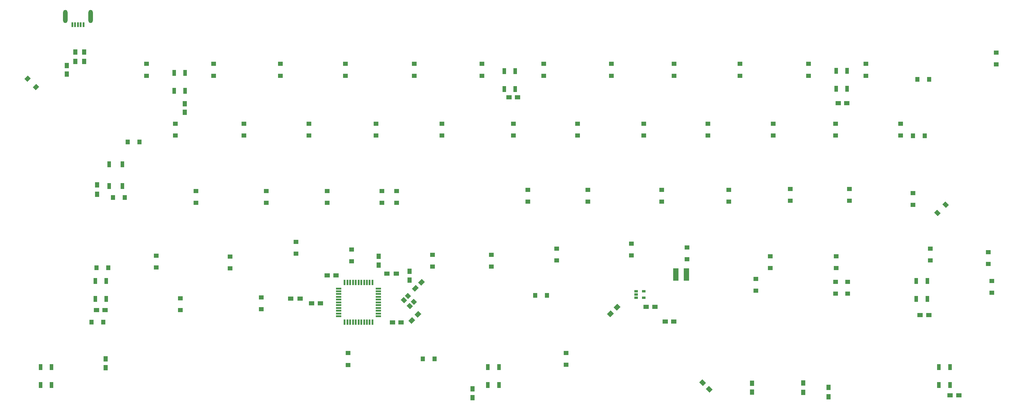
<source format=gbp>
G04 #@! TF.FileFunction,Paste,Bot*
%FSLAX46Y46*%
G04 Gerber Fmt 4.6, Leading zero omitted, Abs format (unit mm)*
G04 Created by KiCad (PCBNEW 4.0.5+dfsg1-4) date Thu Jun 29 09:06:05 2017*
%MOMM*%
%LPD*%
G01*
G04 APERTURE LIST*
%ADD10C,0.100000*%
%ADD11R,1.250000X1.500000*%
%ADD12R,1.500000X1.250000*%
%ADD13R,1.200000X1.400000*%
%ADD14R,1.400000X1.200000*%
%ADD15R,0.500000X1.400000*%
%ADD16O,1.300000X3.800000*%
%ADD17R,1.500000X1.300000*%
%ADD18R,1.300000X1.500000*%
%ADD19R,1.000000X1.700000*%
%ADD20R,0.550000X1.500000*%
%ADD21R,1.500000X0.550000*%
%ADD22R,1.500000X3.600000*%
%ADD23R,1.060000X0.650000*%
%ADD24R,1.000000X1.651000*%
G04 APERTURE END LIST*
D10*
G36*
X144239449Y-103669195D02*
X143355565Y-102785311D01*
X144416225Y-101724651D01*
X145300109Y-102608535D01*
X144239449Y-103669195D01*
X144239449Y-103669195D01*
G37*
G36*
X146007215Y-101901429D02*
X145123331Y-101017545D01*
X146183991Y-99956885D01*
X147067875Y-100840769D01*
X146007215Y-101901429D01*
X146007215Y-101901429D01*
G37*
G36*
X145183991Y-109206885D02*
X146067875Y-110090769D01*
X145007215Y-111151429D01*
X144123331Y-110267545D01*
X145183991Y-109206885D01*
X145183991Y-109206885D01*
G37*
G36*
X143416225Y-110974651D02*
X144300109Y-111858535D01*
X143239449Y-112919195D01*
X142355565Y-112035311D01*
X143416225Y-110974651D01*
X143416225Y-110974651D01*
G37*
D11*
X133787500Y-96007500D03*
X133787500Y-93507500D03*
D12*
X117000000Y-107000000D03*
X114500000Y-107000000D03*
X121500000Y-99000000D03*
X119000000Y-99000000D03*
X137750000Y-112500000D03*
X140250000Y-112500000D03*
D11*
X142711720Y-97813040D03*
X142711720Y-100313040D03*
X44000000Y-41000000D03*
X44000000Y-38500000D03*
X241211720Y-130063040D03*
X241211720Y-132563040D03*
D10*
G36*
X33717157Y-42227207D02*
X32727207Y-43217157D01*
X31878679Y-42368629D01*
X32868629Y-41378679D01*
X33717157Y-42227207D01*
X33717157Y-42227207D01*
G37*
G36*
X36121321Y-44631371D02*
X35131371Y-45621321D01*
X34282843Y-44772793D01*
X35272793Y-43782843D01*
X36121321Y-44631371D01*
X36121321Y-44631371D01*
G37*
D13*
X61550000Y-60500000D03*
X64950000Y-60500000D03*
X57300000Y-76500000D03*
X60700000Y-76500000D03*
X52550000Y-96750000D03*
X55950000Y-96750000D03*
X51121720Y-112443040D03*
X54521720Y-112443040D03*
D14*
X67000000Y-38050000D03*
X67000000Y-41450000D03*
X75250000Y-55300000D03*
X75250000Y-58700000D03*
X81228750Y-74706250D03*
X81228750Y-78106250D03*
X69750000Y-93300000D03*
X69750000Y-96700000D03*
X76750000Y-105550000D03*
X76750000Y-108950000D03*
X86250000Y-38050000D03*
X86250000Y-41450000D03*
X95000000Y-55300000D03*
X95000000Y-58700000D03*
X101478750Y-74706250D03*
X101478750Y-78106250D03*
X91000000Y-93550000D03*
X91000000Y-96950000D03*
X100037500Y-105307500D03*
X100037500Y-108707500D03*
X105500000Y-38050000D03*
X105500000Y-41450000D03*
X113750000Y-55300000D03*
X113750000Y-58700000D03*
X118978750Y-74706250D03*
X118978750Y-78106250D03*
X110000000Y-89300000D03*
X110000000Y-92700000D03*
X124250000Y-38050000D03*
X124250000Y-41450000D03*
X133000000Y-55300000D03*
X133000000Y-58700000D03*
X134728750Y-74706250D03*
X134728750Y-78106250D03*
X126000000Y-91550000D03*
X126000000Y-94950000D03*
X144000000Y-38050000D03*
X144000000Y-41450000D03*
X152000000Y-55300000D03*
X152000000Y-58700000D03*
X138978750Y-74706250D03*
X138978750Y-78106250D03*
X149250000Y-93050000D03*
X149250000Y-96450000D03*
X163500000Y-38050000D03*
X163500000Y-41450000D03*
X172537500Y-55307500D03*
X172537500Y-58707500D03*
X176750000Y-74300000D03*
X176750000Y-77700000D03*
X166250000Y-93050000D03*
X166250000Y-96450000D03*
D13*
X178800000Y-104750000D03*
X182200000Y-104750000D03*
D14*
X181250000Y-38050000D03*
X181250000Y-41450000D03*
X191037500Y-55307500D03*
X191037500Y-58707500D03*
X194000000Y-74300000D03*
X194000000Y-77700000D03*
X185000000Y-91300000D03*
X185000000Y-94700000D03*
X200750000Y-38050000D03*
X200750000Y-41450000D03*
X210037500Y-55307500D03*
X210037500Y-58707500D03*
X215250000Y-74300000D03*
X215250000Y-77700000D03*
X206500000Y-89800000D03*
X206500000Y-93200000D03*
X218750000Y-38050000D03*
X218750000Y-41450000D03*
X228537500Y-55307500D03*
X228537500Y-58707500D03*
X234500000Y-74300000D03*
X234500000Y-77700000D03*
X222478750Y-90956250D03*
X222478750Y-94356250D03*
X311500000Y-34800000D03*
X311500000Y-38200000D03*
X237750000Y-38050000D03*
X237750000Y-41450000D03*
X247287500Y-55307500D03*
X247287500Y-58707500D03*
X252211720Y-74113040D03*
X252211720Y-77513040D03*
X246478750Y-93456250D03*
X246478750Y-96856250D03*
X242321720Y-103393040D03*
X242321720Y-99993040D03*
X257500000Y-38050000D03*
X257500000Y-41450000D03*
X265287500Y-55307500D03*
X265287500Y-58707500D03*
X269211720Y-74113040D03*
X269211720Y-77513040D03*
X265478750Y-93456250D03*
X265478750Y-96856250D03*
X265250000Y-104200000D03*
X265250000Y-100800000D03*
X274000000Y-38050000D03*
X274000000Y-41450000D03*
X284000000Y-55300000D03*
X284000000Y-58700000D03*
X287500000Y-75300000D03*
X287500000Y-78700000D03*
X292571720Y-91243040D03*
X292571720Y-94643040D03*
X268750000Y-104200000D03*
X268750000Y-100800000D03*
D13*
X292200000Y-42500000D03*
X288800000Y-42500000D03*
X290950000Y-58750000D03*
X287550000Y-58750000D03*
D10*
G36*
X297022793Y-79467157D02*
X296032843Y-78477207D01*
X296881371Y-77628679D01*
X297871321Y-78618629D01*
X297022793Y-79467157D01*
X297022793Y-79467157D01*
G37*
G36*
X294618629Y-81871321D02*
X293628679Y-80881371D01*
X294477207Y-80032843D01*
X295467157Y-81022793D01*
X294618629Y-81871321D01*
X294618629Y-81871321D01*
G37*
D14*
X309250000Y-92300000D03*
X309250000Y-95700000D03*
X310211720Y-100613040D03*
X310211720Y-104013040D03*
D15*
X45650000Y-26750000D03*
X46450000Y-26750000D03*
X47250000Y-26750000D03*
X48050000Y-26750000D03*
X48850000Y-26750000D03*
D16*
X43600000Y-24350000D03*
X50900000Y-24350000D03*
D17*
X138850000Y-98500000D03*
X136150000Y-98500000D03*
X108471720Y-105693040D03*
X111171720Y-105693040D03*
D18*
X46500000Y-37350000D03*
X46500000Y-34650000D03*
X49000000Y-34650000D03*
X49000000Y-37350000D03*
X52750000Y-75600000D03*
X52750000Y-72900000D03*
D10*
G36*
X229906263Y-131838345D02*
X228987025Y-132757583D01*
X227926365Y-131696923D01*
X228845603Y-130777685D01*
X229906263Y-131838345D01*
X229906263Y-131838345D01*
G37*
G36*
X227997075Y-129929157D02*
X227077837Y-130848395D01*
X226017177Y-129787735D01*
X226936415Y-128868497D01*
X227997075Y-129929157D01*
X227997075Y-129929157D01*
G37*
D18*
X263211720Y-133913040D03*
X263211720Y-131213040D03*
X255961720Y-129963040D03*
X255961720Y-132663040D03*
D19*
X56250000Y-66950000D03*
X56250000Y-73250000D03*
X60050000Y-66950000D03*
X60050000Y-73250000D03*
D20*
X124000000Y-101050000D03*
X124800000Y-101050000D03*
X125600000Y-101050000D03*
X126400000Y-101050000D03*
X127200000Y-101050000D03*
X128000000Y-101050000D03*
X128800000Y-101050000D03*
X129600000Y-101050000D03*
X130400000Y-101050000D03*
X131200000Y-101050000D03*
X132000000Y-101050000D03*
D21*
X133700000Y-102750000D03*
X133700000Y-103550000D03*
X133700000Y-104350000D03*
X133700000Y-105150000D03*
X133700000Y-105950000D03*
X133700000Y-106750000D03*
X133700000Y-107550000D03*
X133700000Y-108350000D03*
X133700000Y-109150000D03*
X133700000Y-109950000D03*
X133700000Y-110750000D03*
D20*
X132000000Y-112450000D03*
X131200000Y-112450000D03*
X130400000Y-112450000D03*
X129600000Y-112450000D03*
X128800000Y-112450000D03*
X128000000Y-112450000D03*
X127200000Y-112450000D03*
X126400000Y-112450000D03*
X125600000Y-112450000D03*
X124800000Y-112450000D03*
X124000000Y-112450000D03*
D21*
X122300000Y-110750000D03*
X122300000Y-109950000D03*
X122300000Y-109150000D03*
X122300000Y-108350000D03*
X122300000Y-107550000D03*
X122300000Y-106750000D03*
X122300000Y-105950000D03*
X122300000Y-105150000D03*
X122300000Y-104350000D03*
X122300000Y-103550000D03*
X122300000Y-102750000D03*
D10*
G36*
X140092912Y-105994842D02*
X140941440Y-105146314D01*
X141931390Y-106136264D01*
X141082862Y-106984792D01*
X140092912Y-105994842D01*
X140092912Y-105994842D01*
G37*
G36*
X141789968Y-107691898D02*
X142638496Y-106843370D01*
X143628446Y-107833320D01*
X142779918Y-108681848D01*
X141789968Y-107691898D01*
X141789968Y-107691898D01*
G37*
G36*
X141294994Y-104792760D02*
X142143522Y-103944232D01*
X143133472Y-104934182D01*
X142284944Y-105782710D01*
X141294994Y-104792760D01*
X141294994Y-104792760D01*
G37*
G36*
X142992050Y-106489816D02*
X143840578Y-105641288D01*
X144830528Y-106631238D01*
X143982000Y-107479766D01*
X142992050Y-106489816D01*
X142992050Y-106489816D01*
G37*
D12*
X216211720Y-112313040D03*
X218711720Y-112313040D03*
X210750000Y-108000000D03*
X213250000Y-108000000D03*
D22*
X219296720Y-98693040D03*
X222346720Y-98693040D03*
D10*
G36*
X200436415Y-111007583D02*
X199517177Y-110088345D01*
X200577837Y-109027685D01*
X201497075Y-109946923D01*
X200436415Y-111007583D01*
X200436415Y-111007583D01*
G37*
G36*
X202345603Y-109098395D02*
X201426365Y-108179157D01*
X202487025Y-107118497D01*
X203406263Y-108037735D01*
X202345603Y-109098395D01*
X202345603Y-109098395D01*
G37*
D23*
X207900000Y-105450000D03*
X207900000Y-104500000D03*
X207900000Y-103550000D03*
X210100000Y-103550000D03*
X210100000Y-105450000D03*
D12*
X52571720Y-108943040D03*
X55071720Y-108943040D03*
D11*
X78000000Y-49500000D03*
X78000000Y-52000000D03*
D12*
X171252500Y-47647500D03*
X173752500Y-47647500D03*
X266002500Y-49397500D03*
X268502500Y-49397500D03*
D24*
X52221720Y-100616040D03*
X52221720Y-105770040D03*
X55421720Y-105770040D03*
X55421720Y-100616040D03*
X78100000Y-45827000D03*
X78100000Y-40673000D03*
X74900000Y-40673000D03*
X74900000Y-45827000D03*
X169900000Y-40173000D03*
X169900000Y-45327000D03*
X173100000Y-45327000D03*
X173100000Y-40173000D03*
X265402500Y-40070500D03*
X265402500Y-45224500D03*
X268602500Y-45224500D03*
X268602500Y-40070500D03*
X291671720Y-105770040D03*
X291671720Y-100616040D03*
X288471720Y-100616040D03*
X288471720Y-105770040D03*
D12*
X289571720Y-110443040D03*
X292071720Y-110443040D03*
D14*
X124961720Y-124763040D03*
X124961720Y-121363040D03*
D13*
X149911720Y-123063040D03*
X146511720Y-123063040D03*
D14*
X187701720Y-124758040D03*
X187701720Y-121358040D03*
D12*
X298211720Y-133563040D03*
X300711720Y-133563040D03*
D11*
X160821720Y-131693040D03*
X160821720Y-134193040D03*
X55211720Y-123063040D03*
X55211720Y-125563040D03*
D24*
X298171720Y-130520040D03*
X298171720Y-125366040D03*
X294971720Y-125366040D03*
X294971720Y-130520040D03*
X165221720Y-125366040D03*
X165221720Y-130520040D03*
X168421720Y-130520040D03*
X168421720Y-125366040D03*
X39671720Y-130520040D03*
X39671720Y-125366040D03*
X36471720Y-125366040D03*
X36471720Y-130520040D03*
M02*

</source>
